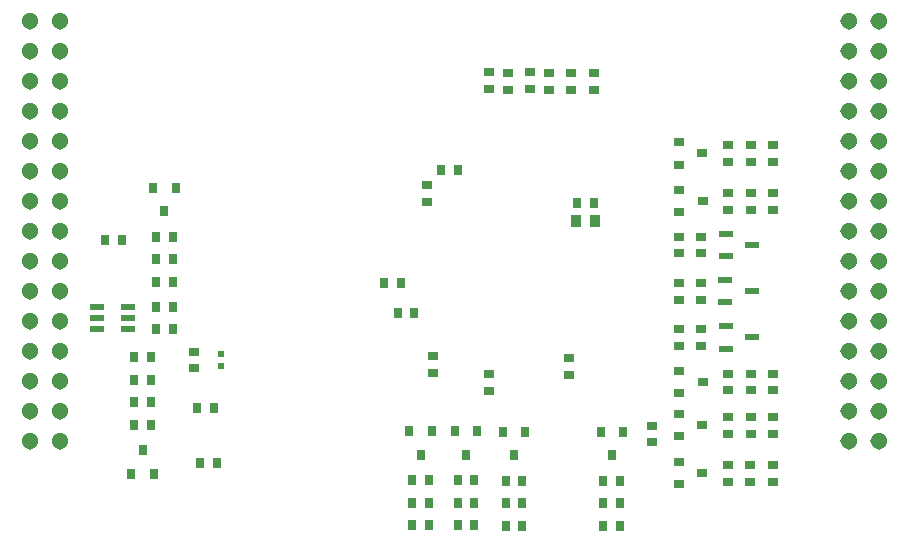
<source format=gbp>
G04*
G04 #@! TF.GenerationSoftware,Altium Limited,Altium Designer,22.10.1 (41)*
G04*
G04 Layer_Color=128*
%FSLAX23Y23*%
%MOIN*%
G70*
G04*
G04 #@! TF.SameCoordinates,FE0D4549-5355-498F-96F3-0299564D4BAC*
G04*
G04*
G04 #@! TF.FilePolarity,Positive*
G04*
G01*
G75*
%ADD27R,0.035X0.039*%
%ADD28R,0.035X0.031*%
%ADD30R,0.035X0.031*%
%ADD31R,0.031X0.035*%
%ADD32R,0.031X0.035*%
%ADD59R,0.035X0.028*%
%ADD60R,0.026X0.035*%
%ADD61R,0.045X0.024*%
%ADD62R,0.020X0.024*%
%ADD63R,0.048X0.024*%
G36*
X743Y4874D02*
X750Y4871D01*
X756Y4867D01*
X760Y4861D01*
X763Y4854D01*
X764Y4847D01*
X763Y4840D01*
X760Y4833D01*
X756Y4827D01*
X750Y4823D01*
X743Y4820D01*
X736Y4819D01*
X729Y4820D01*
X722Y4823D01*
X716Y4827D01*
X712Y4833D01*
X709Y4840D01*
X708Y4847D01*
X709Y4854D01*
X712Y4861D01*
X716Y4867D01*
X722Y4871D01*
X729Y4874D01*
X736Y4875D01*
X743Y4874D01*
D02*
G37*
G36*
X643D02*
X650Y4871D01*
X656Y4867D01*
X660Y4861D01*
X663Y4854D01*
X664Y4847D01*
X663Y4840D01*
X660Y4833D01*
X656Y4827D01*
X650Y4823D01*
X643Y4820D01*
X636Y4819D01*
X629Y4820D01*
X622Y4823D01*
X616Y4827D01*
X612Y4833D01*
X609Y4840D01*
X608Y4847D01*
X609Y4854D01*
X612Y4861D01*
X616Y4867D01*
X622Y4871D01*
X629Y4874D01*
X636Y4875D01*
X643Y4874D01*
D02*
G37*
G36*
X743Y4774D02*
X750Y4771D01*
X756Y4767D01*
X760Y4761D01*
X763Y4754D01*
X764Y4747D01*
X763Y4740D01*
X760Y4733D01*
X756Y4727D01*
X750Y4723D01*
X743Y4720D01*
X736Y4719D01*
X729Y4720D01*
X722Y4723D01*
X716Y4727D01*
X712Y4733D01*
X709Y4740D01*
X708Y4747D01*
X709Y4754D01*
X712Y4761D01*
X716Y4767D01*
X722Y4771D01*
X729Y4774D01*
X736Y4775D01*
X743Y4774D01*
D02*
G37*
G36*
X643D02*
X650Y4771D01*
X656Y4767D01*
X660Y4761D01*
X663Y4754D01*
X664Y4747D01*
X663Y4740D01*
X660Y4733D01*
X656Y4727D01*
X650Y4723D01*
X643Y4720D01*
X636Y4719D01*
X629Y4720D01*
X622Y4723D01*
X616Y4727D01*
X612Y4733D01*
X609Y4740D01*
X608Y4747D01*
X609Y4754D01*
X612Y4761D01*
X616Y4767D01*
X622Y4771D01*
X629Y4774D01*
X636Y4775D01*
X643Y4774D01*
D02*
G37*
G36*
X743Y4674D02*
X750Y4671D01*
X756Y4667D01*
X760Y4661D01*
X763Y4654D01*
X764Y4647D01*
X763Y4640D01*
X760Y4633D01*
X756Y4627D01*
X750Y4623D01*
X743Y4620D01*
X736Y4619D01*
X729Y4620D01*
X722Y4623D01*
X716Y4627D01*
X712Y4633D01*
X709Y4640D01*
X708Y4647D01*
X709Y4654D01*
X712Y4661D01*
X716Y4667D01*
X722Y4671D01*
X729Y4674D01*
X736Y4675D01*
X743Y4674D01*
D02*
G37*
G36*
X643D02*
X650Y4671D01*
X656Y4667D01*
X660Y4661D01*
X663Y4654D01*
X664Y4647D01*
X663Y4640D01*
X660Y4633D01*
X656Y4627D01*
X650Y4623D01*
X643Y4620D01*
X636Y4619D01*
X629Y4620D01*
X622Y4623D01*
X616Y4627D01*
X612Y4633D01*
X609Y4640D01*
X608Y4647D01*
X609Y4654D01*
X612Y4661D01*
X616Y4667D01*
X622Y4671D01*
X629Y4674D01*
X636Y4675D01*
X643Y4674D01*
D02*
G37*
G36*
X743Y4574D02*
X750Y4571D01*
X756Y4567D01*
X760Y4561D01*
X763Y4554D01*
X764Y4547D01*
X763Y4540D01*
X760Y4533D01*
X756Y4527D01*
X750Y4523D01*
X743Y4520D01*
X736Y4519D01*
X729Y4520D01*
X722Y4523D01*
X716Y4527D01*
X712Y4533D01*
X709Y4540D01*
X708Y4547D01*
X709Y4554D01*
X712Y4561D01*
X716Y4567D01*
X722Y4571D01*
X729Y4574D01*
X736Y4575D01*
X743Y4574D01*
D02*
G37*
G36*
X643D02*
X650Y4571D01*
X656Y4567D01*
X660Y4561D01*
X663Y4554D01*
X664Y4547D01*
X663Y4540D01*
X660Y4533D01*
X656Y4527D01*
X650Y4523D01*
X643Y4520D01*
X636Y4519D01*
X629Y4520D01*
X622Y4523D01*
X616Y4527D01*
X612Y4533D01*
X609Y4540D01*
X608Y4547D01*
X609Y4554D01*
X612Y4561D01*
X616Y4567D01*
X622Y4571D01*
X629Y4574D01*
X636Y4575D01*
X643Y4574D01*
D02*
G37*
G36*
X743Y4474D02*
X750Y4471D01*
X756Y4467D01*
X760Y4461D01*
X763Y4454D01*
X764Y4447D01*
X763Y4440D01*
X760Y4433D01*
X756Y4427D01*
X750Y4423D01*
X743Y4420D01*
X736Y4419D01*
X729Y4420D01*
X722Y4423D01*
X716Y4427D01*
X712Y4433D01*
X709Y4440D01*
X708Y4447D01*
X709Y4454D01*
X712Y4461D01*
X716Y4467D01*
X722Y4471D01*
X729Y4474D01*
X736Y4475D01*
X743Y4474D01*
D02*
G37*
G36*
X643D02*
X650Y4471D01*
X656Y4467D01*
X660Y4461D01*
X663Y4454D01*
X664Y4447D01*
X663Y4440D01*
X660Y4433D01*
X656Y4427D01*
X650Y4423D01*
X643Y4420D01*
X636Y4419D01*
X629Y4420D01*
X622Y4423D01*
X616Y4427D01*
X612Y4433D01*
X609Y4440D01*
X608Y4447D01*
X609Y4454D01*
X612Y4461D01*
X616Y4467D01*
X622Y4471D01*
X629Y4474D01*
X636Y4475D01*
X643Y4474D01*
D02*
G37*
G36*
X743Y4374D02*
X750Y4371D01*
X756Y4367D01*
X760Y4361D01*
X763Y4354D01*
X764Y4347D01*
X763Y4340D01*
X760Y4333D01*
X756Y4327D01*
X750Y4323D01*
X743Y4320D01*
X736Y4319D01*
X729Y4320D01*
X722Y4323D01*
X716Y4327D01*
X712Y4333D01*
X709Y4340D01*
X708Y4347D01*
X709Y4354D01*
X712Y4361D01*
X716Y4367D01*
X722Y4371D01*
X729Y4374D01*
X736Y4375D01*
X743Y4374D01*
D02*
G37*
G36*
X643D02*
X650Y4371D01*
X656Y4367D01*
X660Y4361D01*
X663Y4354D01*
X664Y4347D01*
X663Y4340D01*
X660Y4333D01*
X656Y4327D01*
X650Y4323D01*
X643Y4320D01*
X636Y4319D01*
X629Y4320D01*
X622Y4323D01*
X616Y4327D01*
X612Y4333D01*
X609Y4340D01*
X608Y4347D01*
X609Y4354D01*
X612Y4361D01*
X616Y4367D01*
X622Y4371D01*
X629Y4374D01*
X636Y4375D01*
X643Y4374D01*
D02*
G37*
G36*
X743Y4274D02*
X750Y4271D01*
X756Y4267D01*
X760Y4261D01*
X763Y4254D01*
X764Y4247D01*
X763Y4240D01*
X760Y4233D01*
X756Y4227D01*
X750Y4223D01*
X743Y4220D01*
X736Y4219D01*
X729Y4220D01*
X722Y4223D01*
X716Y4227D01*
X712Y4233D01*
X709Y4240D01*
X708Y4247D01*
X709Y4254D01*
X712Y4261D01*
X716Y4267D01*
X722Y4271D01*
X729Y4274D01*
X736Y4275D01*
X743Y4274D01*
D02*
G37*
G36*
X643D02*
X650Y4271D01*
X656Y4267D01*
X660Y4261D01*
X663Y4254D01*
X664Y4247D01*
X663Y4240D01*
X660Y4233D01*
X656Y4227D01*
X650Y4223D01*
X643Y4220D01*
X636Y4219D01*
X629Y4220D01*
X622Y4223D01*
X616Y4227D01*
X612Y4233D01*
X609Y4240D01*
X608Y4247D01*
X609Y4254D01*
X612Y4261D01*
X616Y4267D01*
X622Y4271D01*
X629Y4274D01*
X636Y4275D01*
X643Y4274D01*
D02*
G37*
G36*
X743Y4174D02*
X750Y4171D01*
X756Y4167D01*
X760Y4161D01*
X763Y4154D01*
X764Y4147D01*
X763Y4140D01*
X760Y4133D01*
X756Y4127D01*
X750Y4123D01*
X743Y4120D01*
X736Y4119D01*
X729Y4120D01*
X722Y4123D01*
X716Y4127D01*
X712Y4133D01*
X709Y4140D01*
X708Y4147D01*
X709Y4154D01*
X712Y4161D01*
X716Y4167D01*
X722Y4171D01*
X729Y4174D01*
X736Y4175D01*
X743Y4174D01*
D02*
G37*
G36*
X643D02*
X650Y4171D01*
X656Y4167D01*
X660Y4161D01*
X663Y4154D01*
X664Y4147D01*
X663Y4140D01*
X660Y4133D01*
X656Y4127D01*
X650Y4123D01*
X643Y4120D01*
X636Y4119D01*
X629Y4120D01*
X622Y4123D01*
X616Y4127D01*
X612Y4133D01*
X609Y4140D01*
X608Y4147D01*
X609Y4154D01*
X612Y4161D01*
X616Y4167D01*
X622Y4171D01*
X629Y4174D01*
X636Y4175D01*
X643Y4174D01*
D02*
G37*
G36*
X743Y4074D02*
X750Y4071D01*
X756Y4067D01*
X760Y4061D01*
X763Y4054D01*
X764Y4047D01*
X763Y4040D01*
X760Y4033D01*
X756Y4027D01*
X750Y4023D01*
X743Y4020D01*
X736Y4019D01*
X729Y4020D01*
X722Y4023D01*
X716Y4027D01*
X712Y4033D01*
X709Y4040D01*
X708Y4047D01*
X709Y4054D01*
X712Y4061D01*
X716Y4067D01*
X722Y4071D01*
X729Y4074D01*
X736Y4075D01*
X743Y4074D01*
D02*
G37*
G36*
X643D02*
X650Y4071D01*
X656Y4067D01*
X660Y4061D01*
X663Y4054D01*
X664Y4047D01*
X663Y4040D01*
X660Y4033D01*
X656Y4027D01*
X650Y4023D01*
X643Y4020D01*
X636Y4019D01*
X629Y4020D01*
X622Y4023D01*
X616Y4027D01*
X612Y4033D01*
X609Y4040D01*
X608Y4047D01*
X609Y4054D01*
X612Y4061D01*
X616Y4067D01*
X622Y4071D01*
X629Y4074D01*
X636Y4075D01*
X643Y4074D01*
D02*
G37*
G36*
X743Y3974D02*
X750Y3971D01*
X756Y3967D01*
X760Y3961D01*
X763Y3954D01*
X764Y3947D01*
X763Y3940D01*
X760Y3933D01*
X756Y3927D01*
X750Y3923D01*
X743Y3920D01*
X736Y3919D01*
X729Y3920D01*
X722Y3923D01*
X716Y3927D01*
X712Y3933D01*
X709Y3940D01*
X708Y3947D01*
X709Y3954D01*
X712Y3961D01*
X716Y3967D01*
X722Y3971D01*
X729Y3974D01*
X736Y3975D01*
X743Y3974D01*
D02*
G37*
G36*
X643D02*
X650Y3971D01*
X656Y3967D01*
X660Y3961D01*
X663Y3954D01*
X664Y3947D01*
X663Y3940D01*
X660Y3933D01*
X656Y3927D01*
X650Y3923D01*
X643Y3920D01*
X636Y3919D01*
X629Y3920D01*
X622Y3923D01*
X616Y3927D01*
X612Y3933D01*
X609Y3940D01*
X608Y3947D01*
X609Y3954D01*
X612Y3961D01*
X616Y3967D01*
X622Y3971D01*
X629Y3974D01*
X636Y3975D01*
X643Y3974D01*
D02*
G37*
G36*
X743Y3874D02*
X750Y3871D01*
X756Y3867D01*
X760Y3861D01*
X763Y3854D01*
X764Y3847D01*
X763Y3840D01*
X760Y3833D01*
X756Y3827D01*
X750Y3823D01*
X743Y3820D01*
X736Y3819D01*
X729Y3820D01*
X722Y3823D01*
X716Y3827D01*
X712Y3833D01*
X709Y3840D01*
X708Y3847D01*
X709Y3854D01*
X712Y3861D01*
X716Y3867D01*
X722Y3871D01*
X729Y3874D01*
X736Y3875D01*
X743Y3874D01*
D02*
G37*
G36*
X643D02*
X650Y3871D01*
X656Y3867D01*
X660Y3861D01*
X663Y3854D01*
X664Y3847D01*
X663Y3840D01*
X660Y3833D01*
X656Y3827D01*
X650Y3823D01*
X643Y3820D01*
X636Y3819D01*
X629Y3820D01*
X622Y3823D01*
X616Y3827D01*
X612Y3833D01*
X609Y3840D01*
X608Y3847D01*
X609Y3854D01*
X612Y3861D01*
X616Y3867D01*
X622Y3871D01*
X629Y3874D01*
X636Y3875D01*
X643Y3874D01*
D02*
G37*
G36*
X743Y3774D02*
X750Y3771D01*
X756Y3767D01*
X760Y3761D01*
X763Y3754D01*
X764Y3747D01*
X763Y3740D01*
X760Y3733D01*
X756Y3727D01*
X750Y3723D01*
X743Y3720D01*
X736Y3719D01*
X729Y3720D01*
X722Y3723D01*
X716Y3727D01*
X712Y3733D01*
X709Y3740D01*
X708Y3747D01*
X709Y3754D01*
X712Y3761D01*
X716Y3767D01*
X722Y3771D01*
X729Y3774D01*
X736Y3775D01*
X743Y3774D01*
D02*
G37*
G36*
X643D02*
X650Y3771D01*
X656Y3767D01*
X660Y3761D01*
X663Y3754D01*
X664Y3747D01*
X663Y3740D01*
X660Y3733D01*
X656Y3727D01*
X650Y3723D01*
X643Y3720D01*
X636Y3719D01*
X629Y3720D01*
X622Y3723D01*
X616Y3727D01*
X612Y3733D01*
X609Y3740D01*
X608Y3747D01*
X609Y3754D01*
X612Y3761D01*
X616Y3767D01*
X622Y3771D01*
X629Y3774D01*
X636Y3775D01*
X643Y3774D01*
D02*
G37*
G36*
X743Y3674D02*
X750Y3671D01*
X756Y3667D01*
X760Y3661D01*
X763Y3654D01*
X764Y3647D01*
X763Y3640D01*
X760Y3633D01*
X756Y3627D01*
X750Y3623D01*
X743Y3620D01*
X736Y3619D01*
X729Y3620D01*
X722Y3623D01*
X716Y3627D01*
X712Y3633D01*
X709Y3640D01*
X708Y3647D01*
X709Y3654D01*
X712Y3661D01*
X716Y3667D01*
X722Y3671D01*
X729Y3674D01*
X736Y3675D01*
X743Y3674D01*
D02*
G37*
G36*
X643D02*
X650Y3671D01*
X656Y3667D01*
X660Y3661D01*
X663Y3654D01*
X664Y3647D01*
X663Y3640D01*
X660Y3633D01*
X656Y3627D01*
X650Y3623D01*
X643Y3620D01*
X636Y3619D01*
X629Y3620D01*
X622Y3623D01*
X616Y3627D01*
X612Y3633D01*
X609Y3640D01*
X608Y3647D01*
X609Y3654D01*
X612Y3661D01*
X616Y3667D01*
X622Y3671D01*
X629Y3674D01*
X636Y3675D01*
X643Y3674D01*
D02*
G37*
G36*
X743Y3574D02*
X750Y3571D01*
X756Y3567D01*
X760Y3561D01*
X763Y3554D01*
X764Y3547D01*
X763Y3540D01*
X760Y3533D01*
X756Y3527D01*
X750Y3523D01*
X743Y3520D01*
X736Y3519D01*
X729Y3520D01*
X722Y3523D01*
X716Y3527D01*
X712Y3533D01*
X709Y3540D01*
X708Y3547D01*
X709Y3554D01*
X712Y3561D01*
X716Y3567D01*
X722Y3571D01*
X729Y3574D01*
X736Y3575D01*
X743Y3574D01*
D02*
G37*
G36*
X643D02*
X650Y3571D01*
X656Y3567D01*
X660Y3561D01*
X663Y3554D01*
X664Y3547D01*
X663Y3540D01*
X660Y3533D01*
X656Y3527D01*
X650Y3523D01*
X643Y3520D01*
X636Y3519D01*
X629Y3520D01*
X622Y3523D01*
X616Y3527D01*
X612Y3533D01*
X609Y3540D01*
X608Y3547D01*
X609Y3554D01*
X612Y3561D01*
X616Y3567D01*
X622Y3571D01*
X629Y3574D01*
X636Y3575D01*
X643Y3574D01*
D02*
G37*
G36*
X743Y3474D02*
X750Y3471D01*
X756Y3467D01*
X760Y3461D01*
X763Y3454D01*
X764Y3447D01*
X763Y3440D01*
X760Y3433D01*
X756Y3427D01*
X750Y3423D01*
X743Y3420D01*
X736Y3419D01*
X729Y3420D01*
X722Y3423D01*
X716Y3427D01*
X712Y3433D01*
X709Y3440D01*
X708Y3447D01*
X709Y3454D01*
X712Y3461D01*
X716Y3467D01*
X722Y3471D01*
X729Y3474D01*
X736Y3475D01*
X743Y3474D01*
D02*
G37*
G36*
X643D02*
X650Y3471D01*
X656Y3467D01*
X660Y3461D01*
X663Y3454D01*
X664Y3447D01*
X663Y3440D01*
X660Y3433D01*
X656Y3427D01*
X650Y3423D01*
X643Y3420D01*
X636Y3419D01*
X629Y3420D01*
X622Y3423D01*
X616Y3427D01*
X612Y3433D01*
X609Y3440D01*
X608Y3447D01*
X609Y3454D01*
X612Y3461D01*
X616Y3467D01*
X622Y3471D01*
X629Y3474D01*
X636Y3475D01*
X643Y3474D01*
D02*
G37*
G36*
X3472Y4874D02*
X3479Y4871D01*
X3485Y4867D01*
X3489Y4861D01*
X3492Y4854D01*
X3493Y4847D01*
X3492Y4840D01*
X3489Y4833D01*
X3485Y4827D01*
X3479Y4823D01*
X3472Y4820D01*
X3465Y4819D01*
X3458Y4820D01*
X3451Y4823D01*
X3445Y4827D01*
X3441Y4833D01*
X3438Y4840D01*
X3437Y4847D01*
X3438Y4854D01*
X3441Y4861D01*
X3445Y4867D01*
X3451Y4871D01*
X3458Y4874D01*
X3465Y4875D01*
X3472Y4874D01*
D02*
G37*
G36*
X3372D02*
X3379Y4871D01*
X3385Y4867D01*
X3389Y4861D01*
X3392Y4854D01*
X3393Y4847D01*
X3392Y4840D01*
X3389Y4833D01*
X3385Y4827D01*
X3379Y4823D01*
X3372Y4820D01*
X3365Y4819D01*
X3358Y4820D01*
X3351Y4823D01*
X3345Y4827D01*
X3341Y4833D01*
X3338Y4840D01*
X3337Y4847D01*
X3338Y4854D01*
X3341Y4861D01*
X3345Y4867D01*
X3351Y4871D01*
X3358Y4874D01*
X3365Y4875D01*
X3372Y4874D01*
D02*
G37*
G36*
X3472Y4774D02*
X3479Y4771D01*
X3485Y4767D01*
X3489Y4761D01*
X3492Y4754D01*
X3493Y4747D01*
X3492Y4740D01*
X3489Y4733D01*
X3485Y4727D01*
X3479Y4723D01*
X3472Y4720D01*
X3465Y4719D01*
X3458Y4720D01*
X3451Y4723D01*
X3445Y4727D01*
X3441Y4733D01*
X3438Y4740D01*
X3437Y4747D01*
X3438Y4754D01*
X3441Y4761D01*
X3445Y4767D01*
X3451Y4771D01*
X3458Y4774D01*
X3465Y4775D01*
X3472Y4774D01*
D02*
G37*
G36*
X3372D02*
X3379Y4771D01*
X3385Y4767D01*
X3389Y4761D01*
X3392Y4754D01*
X3393Y4747D01*
X3392Y4740D01*
X3389Y4733D01*
X3385Y4727D01*
X3379Y4723D01*
X3372Y4720D01*
X3365Y4719D01*
X3358Y4720D01*
X3351Y4723D01*
X3345Y4727D01*
X3341Y4733D01*
X3338Y4740D01*
X3337Y4747D01*
X3338Y4754D01*
X3341Y4761D01*
X3345Y4767D01*
X3351Y4771D01*
X3358Y4774D01*
X3365Y4775D01*
X3372Y4774D01*
D02*
G37*
G36*
X3472Y4674D02*
X3479Y4671D01*
X3485Y4667D01*
X3489Y4661D01*
X3492Y4654D01*
X3493Y4647D01*
X3492Y4640D01*
X3489Y4633D01*
X3485Y4627D01*
X3479Y4623D01*
X3472Y4620D01*
X3465Y4619D01*
X3458Y4620D01*
X3451Y4623D01*
X3445Y4627D01*
X3441Y4633D01*
X3438Y4640D01*
X3437Y4647D01*
X3438Y4654D01*
X3441Y4661D01*
X3445Y4667D01*
X3451Y4671D01*
X3458Y4674D01*
X3465Y4675D01*
X3472Y4674D01*
D02*
G37*
G36*
X3372D02*
X3379Y4671D01*
X3385Y4667D01*
X3389Y4661D01*
X3392Y4654D01*
X3393Y4647D01*
X3392Y4640D01*
X3389Y4633D01*
X3385Y4627D01*
X3379Y4623D01*
X3372Y4620D01*
X3365Y4619D01*
X3358Y4620D01*
X3351Y4623D01*
X3345Y4627D01*
X3341Y4633D01*
X3338Y4640D01*
X3337Y4647D01*
X3338Y4654D01*
X3341Y4661D01*
X3345Y4667D01*
X3351Y4671D01*
X3358Y4674D01*
X3365Y4675D01*
X3372Y4674D01*
D02*
G37*
G36*
X3472Y4574D02*
X3479Y4571D01*
X3485Y4567D01*
X3489Y4561D01*
X3492Y4554D01*
X3493Y4547D01*
X3492Y4540D01*
X3489Y4533D01*
X3485Y4527D01*
X3479Y4523D01*
X3472Y4520D01*
X3465Y4519D01*
X3458Y4520D01*
X3451Y4523D01*
X3445Y4527D01*
X3441Y4533D01*
X3438Y4540D01*
X3437Y4547D01*
X3438Y4554D01*
X3441Y4561D01*
X3445Y4567D01*
X3451Y4571D01*
X3458Y4574D01*
X3465Y4575D01*
X3472Y4574D01*
D02*
G37*
G36*
X3372D02*
X3379Y4571D01*
X3385Y4567D01*
X3389Y4561D01*
X3392Y4554D01*
X3393Y4547D01*
X3392Y4540D01*
X3389Y4533D01*
X3385Y4527D01*
X3379Y4523D01*
X3372Y4520D01*
X3365Y4519D01*
X3358Y4520D01*
X3351Y4523D01*
X3345Y4527D01*
X3341Y4533D01*
X3338Y4540D01*
X3337Y4547D01*
X3338Y4554D01*
X3341Y4561D01*
X3345Y4567D01*
X3351Y4571D01*
X3358Y4574D01*
X3365Y4575D01*
X3372Y4574D01*
D02*
G37*
G36*
X3472Y4474D02*
X3479Y4471D01*
X3485Y4467D01*
X3489Y4461D01*
X3492Y4454D01*
X3493Y4447D01*
X3492Y4440D01*
X3489Y4433D01*
X3485Y4427D01*
X3479Y4423D01*
X3472Y4420D01*
X3465Y4419D01*
X3458Y4420D01*
X3451Y4423D01*
X3445Y4427D01*
X3441Y4433D01*
X3438Y4440D01*
X3437Y4447D01*
X3438Y4454D01*
X3441Y4461D01*
X3445Y4467D01*
X3451Y4471D01*
X3458Y4474D01*
X3465Y4475D01*
X3472Y4474D01*
D02*
G37*
G36*
X3372D02*
X3379Y4471D01*
X3385Y4467D01*
X3389Y4461D01*
X3392Y4454D01*
X3393Y4447D01*
X3392Y4440D01*
X3389Y4433D01*
X3385Y4427D01*
X3379Y4423D01*
X3372Y4420D01*
X3365Y4419D01*
X3358Y4420D01*
X3351Y4423D01*
X3345Y4427D01*
X3341Y4433D01*
X3338Y4440D01*
X3337Y4447D01*
X3338Y4454D01*
X3341Y4461D01*
X3345Y4467D01*
X3351Y4471D01*
X3358Y4474D01*
X3365Y4475D01*
X3372Y4474D01*
D02*
G37*
G36*
X3472Y4374D02*
X3479Y4371D01*
X3485Y4367D01*
X3489Y4361D01*
X3492Y4354D01*
X3493Y4347D01*
X3492Y4340D01*
X3489Y4333D01*
X3485Y4327D01*
X3479Y4323D01*
X3472Y4320D01*
X3465Y4319D01*
X3458Y4320D01*
X3451Y4323D01*
X3445Y4327D01*
X3441Y4333D01*
X3438Y4340D01*
X3437Y4347D01*
X3438Y4354D01*
X3441Y4361D01*
X3445Y4367D01*
X3451Y4371D01*
X3458Y4374D01*
X3465Y4375D01*
X3472Y4374D01*
D02*
G37*
G36*
X3372D02*
X3379Y4371D01*
X3385Y4367D01*
X3389Y4361D01*
X3392Y4354D01*
X3393Y4347D01*
X3392Y4340D01*
X3389Y4333D01*
X3385Y4327D01*
X3379Y4323D01*
X3372Y4320D01*
X3365Y4319D01*
X3358Y4320D01*
X3351Y4323D01*
X3345Y4327D01*
X3341Y4333D01*
X3338Y4340D01*
X3337Y4347D01*
X3338Y4354D01*
X3341Y4361D01*
X3345Y4367D01*
X3351Y4371D01*
X3358Y4374D01*
X3365Y4375D01*
X3372Y4374D01*
D02*
G37*
G36*
X3472Y4274D02*
X3479Y4271D01*
X3485Y4267D01*
X3489Y4261D01*
X3492Y4254D01*
X3493Y4247D01*
X3492Y4240D01*
X3489Y4233D01*
X3485Y4227D01*
X3479Y4223D01*
X3472Y4220D01*
X3465Y4219D01*
X3458Y4220D01*
X3451Y4223D01*
X3445Y4227D01*
X3441Y4233D01*
X3438Y4240D01*
X3437Y4247D01*
X3438Y4254D01*
X3441Y4261D01*
X3445Y4267D01*
X3451Y4271D01*
X3458Y4274D01*
X3465Y4275D01*
X3472Y4274D01*
D02*
G37*
G36*
X3372D02*
X3379Y4271D01*
X3385Y4267D01*
X3389Y4261D01*
X3392Y4254D01*
X3393Y4247D01*
X3392Y4240D01*
X3389Y4233D01*
X3385Y4227D01*
X3379Y4223D01*
X3372Y4220D01*
X3365Y4219D01*
X3358Y4220D01*
X3351Y4223D01*
X3345Y4227D01*
X3341Y4233D01*
X3338Y4240D01*
X3337Y4247D01*
X3338Y4254D01*
X3341Y4261D01*
X3345Y4267D01*
X3351Y4271D01*
X3358Y4274D01*
X3365Y4275D01*
X3372Y4274D01*
D02*
G37*
G36*
X3472Y4174D02*
X3479Y4171D01*
X3485Y4167D01*
X3489Y4161D01*
X3492Y4154D01*
X3493Y4147D01*
X3492Y4140D01*
X3489Y4133D01*
X3485Y4127D01*
X3479Y4123D01*
X3472Y4120D01*
X3465Y4119D01*
X3458Y4120D01*
X3451Y4123D01*
X3445Y4127D01*
X3441Y4133D01*
X3438Y4140D01*
X3437Y4147D01*
X3438Y4154D01*
X3441Y4161D01*
X3445Y4167D01*
X3451Y4171D01*
X3458Y4174D01*
X3465Y4175D01*
X3472Y4174D01*
D02*
G37*
G36*
X3372D02*
X3379Y4171D01*
X3385Y4167D01*
X3389Y4161D01*
X3392Y4154D01*
X3393Y4147D01*
X3392Y4140D01*
X3389Y4133D01*
X3385Y4127D01*
X3379Y4123D01*
X3372Y4120D01*
X3365Y4119D01*
X3358Y4120D01*
X3351Y4123D01*
X3345Y4127D01*
X3341Y4133D01*
X3338Y4140D01*
X3337Y4147D01*
X3338Y4154D01*
X3341Y4161D01*
X3345Y4167D01*
X3351Y4171D01*
X3358Y4174D01*
X3365Y4175D01*
X3372Y4174D01*
D02*
G37*
G36*
X3472Y4074D02*
X3479Y4071D01*
X3485Y4067D01*
X3489Y4061D01*
X3492Y4054D01*
X3493Y4047D01*
X3492Y4040D01*
X3489Y4033D01*
X3485Y4027D01*
X3479Y4023D01*
X3472Y4020D01*
X3465Y4019D01*
X3458Y4020D01*
X3451Y4023D01*
X3445Y4027D01*
X3441Y4033D01*
X3438Y4040D01*
X3437Y4047D01*
X3438Y4054D01*
X3441Y4061D01*
X3445Y4067D01*
X3451Y4071D01*
X3458Y4074D01*
X3465Y4075D01*
X3472Y4074D01*
D02*
G37*
G36*
X3372D02*
X3379Y4071D01*
X3385Y4067D01*
X3389Y4061D01*
X3392Y4054D01*
X3393Y4047D01*
X3392Y4040D01*
X3389Y4033D01*
X3385Y4027D01*
X3379Y4023D01*
X3372Y4020D01*
X3365Y4019D01*
X3358Y4020D01*
X3351Y4023D01*
X3345Y4027D01*
X3341Y4033D01*
X3338Y4040D01*
X3337Y4047D01*
X3338Y4054D01*
X3341Y4061D01*
X3345Y4067D01*
X3351Y4071D01*
X3358Y4074D01*
X3365Y4075D01*
X3372Y4074D01*
D02*
G37*
G36*
X3472Y3974D02*
X3479Y3971D01*
X3485Y3967D01*
X3489Y3961D01*
X3492Y3954D01*
X3493Y3947D01*
X3492Y3940D01*
X3489Y3933D01*
X3485Y3927D01*
X3479Y3923D01*
X3472Y3920D01*
X3465Y3919D01*
X3458Y3920D01*
X3451Y3923D01*
X3445Y3927D01*
X3441Y3933D01*
X3438Y3940D01*
X3437Y3947D01*
X3438Y3954D01*
X3441Y3961D01*
X3445Y3967D01*
X3451Y3971D01*
X3458Y3974D01*
X3465Y3975D01*
X3472Y3974D01*
D02*
G37*
G36*
X3372D02*
X3379Y3971D01*
X3385Y3967D01*
X3389Y3961D01*
X3392Y3954D01*
X3393Y3947D01*
X3392Y3940D01*
X3389Y3933D01*
X3385Y3927D01*
X3379Y3923D01*
X3372Y3920D01*
X3365Y3919D01*
X3358Y3920D01*
X3351Y3923D01*
X3345Y3927D01*
X3341Y3933D01*
X3338Y3940D01*
X3337Y3947D01*
X3338Y3954D01*
X3341Y3961D01*
X3345Y3967D01*
X3351Y3971D01*
X3358Y3974D01*
X3365Y3975D01*
X3372Y3974D01*
D02*
G37*
G36*
X3472Y3874D02*
X3479Y3871D01*
X3485Y3867D01*
X3489Y3861D01*
X3492Y3854D01*
X3493Y3847D01*
X3492Y3840D01*
X3489Y3833D01*
X3485Y3827D01*
X3479Y3823D01*
X3472Y3820D01*
X3465Y3819D01*
X3458Y3820D01*
X3451Y3823D01*
X3445Y3827D01*
X3441Y3833D01*
X3438Y3840D01*
X3437Y3847D01*
X3438Y3854D01*
X3441Y3861D01*
X3445Y3867D01*
X3451Y3871D01*
X3458Y3874D01*
X3465Y3875D01*
X3472Y3874D01*
D02*
G37*
G36*
X3372D02*
X3379Y3871D01*
X3385Y3867D01*
X3389Y3861D01*
X3392Y3854D01*
X3393Y3847D01*
X3392Y3840D01*
X3389Y3833D01*
X3385Y3827D01*
X3379Y3823D01*
X3372Y3820D01*
X3365Y3819D01*
X3358Y3820D01*
X3351Y3823D01*
X3345Y3827D01*
X3341Y3833D01*
X3338Y3840D01*
X3337Y3847D01*
X3338Y3854D01*
X3341Y3861D01*
X3345Y3867D01*
X3351Y3871D01*
X3358Y3874D01*
X3365Y3875D01*
X3372Y3874D01*
D02*
G37*
G36*
X3472Y3774D02*
X3479Y3771D01*
X3485Y3767D01*
X3489Y3761D01*
X3492Y3754D01*
X3493Y3747D01*
X3492Y3740D01*
X3489Y3733D01*
X3485Y3727D01*
X3479Y3723D01*
X3472Y3720D01*
X3465Y3719D01*
X3458Y3720D01*
X3451Y3723D01*
X3445Y3727D01*
X3441Y3733D01*
X3438Y3740D01*
X3437Y3747D01*
X3438Y3754D01*
X3441Y3761D01*
X3445Y3767D01*
X3451Y3771D01*
X3458Y3774D01*
X3465Y3775D01*
X3472Y3774D01*
D02*
G37*
G36*
X3372D02*
X3379Y3771D01*
X3385Y3767D01*
X3389Y3761D01*
X3392Y3754D01*
X3393Y3747D01*
X3392Y3740D01*
X3389Y3733D01*
X3385Y3727D01*
X3379Y3723D01*
X3372Y3720D01*
X3365Y3719D01*
X3358Y3720D01*
X3351Y3723D01*
X3345Y3727D01*
X3341Y3733D01*
X3338Y3740D01*
X3337Y3747D01*
X3338Y3754D01*
X3341Y3761D01*
X3345Y3767D01*
X3351Y3771D01*
X3358Y3774D01*
X3365Y3775D01*
X3372Y3774D01*
D02*
G37*
G36*
X3472Y3674D02*
X3479Y3671D01*
X3485Y3667D01*
X3489Y3661D01*
X3492Y3654D01*
X3493Y3647D01*
X3492Y3640D01*
X3489Y3633D01*
X3485Y3627D01*
X3479Y3623D01*
X3472Y3620D01*
X3465Y3619D01*
X3458Y3620D01*
X3451Y3623D01*
X3445Y3627D01*
X3441Y3633D01*
X3438Y3640D01*
X3437Y3647D01*
X3438Y3654D01*
X3441Y3661D01*
X3445Y3667D01*
X3451Y3671D01*
X3458Y3674D01*
X3465Y3675D01*
X3472Y3674D01*
D02*
G37*
G36*
X3372D02*
X3379Y3671D01*
X3385Y3667D01*
X3389Y3661D01*
X3392Y3654D01*
X3393Y3647D01*
X3392Y3640D01*
X3389Y3633D01*
X3385Y3627D01*
X3379Y3623D01*
X3372Y3620D01*
X3365Y3619D01*
X3358Y3620D01*
X3351Y3623D01*
X3345Y3627D01*
X3341Y3633D01*
X3338Y3640D01*
X3337Y3647D01*
X3338Y3654D01*
X3341Y3661D01*
X3345Y3667D01*
X3351Y3671D01*
X3358Y3674D01*
X3365Y3675D01*
X3372Y3674D01*
D02*
G37*
G36*
X3472Y3574D02*
X3479Y3571D01*
X3485Y3567D01*
X3489Y3561D01*
X3492Y3554D01*
X3493Y3547D01*
X3492Y3540D01*
X3489Y3533D01*
X3485Y3527D01*
X3479Y3523D01*
X3472Y3520D01*
X3465Y3519D01*
X3458Y3520D01*
X3451Y3523D01*
X3445Y3527D01*
X3441Y3533D01*
X3438Y3540D01*
X3437Y3547D01*
X3438Y3554D01*
X3441Y3561D01*
X3445Y3567D01*
X3451Y3571D01*
X3458Y3574D01*
X3465Y3575D01*
X3472Y3574D01*
D02*
G37*
G36*
X3372D02*
X3379Y3571D01*
X3385Y3567D01*
X3389Y3561D01*
X3392Y3554D01*
X3393Y3547D01*
X3392Y3540D01*
X3389Y3533D01*
X3385Y3527D01*
X3379Y3523D01*
X3372Y3520D01*
X3365Y3519D01*
X3358Y3520D01*
X3351Y3523D01*
X3345Y3527D01*
X3341Y3533D01*
X3338Y3540D01*
X3337Y3547D01*
X3338Y3554D01*
X3341Y3561D01*
X3345Y3567D01*
X3351Y3571D01*
X3358Y3574D01*
X3365Y3575D01*
X3372Y3574D01*
D02*
G37*
G36*
X3472Y3474D02*
X3479Y3471D01*
X3485Y3467D01*
X3489Y3461D01*
X3492Y3454D01*
X3493Y3447D01*
X3492Y3440D01*
X3489Y3433D01*
X3485Y3427D01*
X3479Y3423D01*
X3472Y3420D01*
X3465Y3419D01*
X3458Y3420D01*
X3451Y3423D01*
X3445Y3427D01*
X3441Y3433D01*
X3438Y3440D01*
X3437Y3447D01*
X3438Y3454D01*
X3441Y3461D01*
X3445Y3467D01*
X3451Y3471D01*
X3458Y3474D01*
X3465Y3475D01*
X3472Y3474D01*
D02*
G37*
G36*
X3372D02*
X3379Y3471D01*
X3385Y3467D01*
X3389Y3461D01*
X3392Y3454D01*
X3393Y3447D01*
X3392Y3440D01*
X3389Y3433D01*
X3385Y3427D01*
X3379Y3423D01*
X3372Y3420D01*
X3365Y3419D01*
X3358Y3420D01*
X3351Y3423D01*
X3345Y3427D01*
X3341Y3433D01*
X3338Y3440D01*
X3337Y3447D01*
X3338Y3454D01*
X3341Y3461D01*
X3345Y3467D01*
X3351Y3471D01*
X3358Y3474D01*
X3365Y3475D01*
X3372Y3474D01*
D02*
G37*
D27*
X2518Y4180D02*
D03*
X2456D02*
D03*
D28*
X2877Y4406D02*
D03*
X2798Y4443D02*
D03*
Y4369D02*
D03*
X2878Y4247D02*
D03*
X2799Y4284D02*
D03*
Y4210D02*
D03*
X2798Y3303D02*
D03*
Y3377D02*
D03*
X2876Y3340D02*
D03*
X2877Y3500D02*
D03*
X2798Y3537D02*
D03*
Y3463D02*
D03*
X2878Y3644D02*
D03*
X2799Y3682D02*
D03*
Y3607D02*
D03*
D30*
X2166Y4676D02*
D03*
Y4621D02*
D03*
X2964Y4219D02*
D03*
Y4275D02*
D03*
X3114Y4219D02*
D03*
Y4275D02*
D03*
X3114Y3672D02*
D03*
Y3617D02*
D03*
X3113Y4434D02*
D03*
Y4378D02*
D03*
X3113Y3472D02*
D03*
Y3528D02*
D03*
X3112Y3312D02*
D03*
Y3368D02*
D03*
X3039Y4275D02*
D03*
Y4219D02*
D03*
X3039Y3672D02*
D03*
Y3617D02*
D03*
X3038Y4434D02*
D03*
Y4378D02*
D03*
X3038Y3472D02*
D03*
Y3528D02*
D03*
X3037Y3312D02*
D03*
Y3368D02*
D03*
X2874Y4129D02*
D03*
Y4074D02*
D03*
X2874Y3765D02*
D03*
Y3820D02*
D03*
X2874Y3973D02*
D03*
Y3918D02*
D03*
X2799Y4129D02*
D03*
Y4074D02*
D03*
X2799Y3765D02*
D03*
Y3820D02*
D03*
X2799Y3973D02*
D03*
Y3918D02*
D03*
X2515Y4617D02*
D03*
Y4673D02*
D03*
X2440Y4617D02*
D03*
Y4673D02*
D03*
X2365Y4617D02*
D03*
Y4673D02*
D03*
X2301Y4621D02*
D03*
Y4676D02*
D03*
X2230Y4617D02*
D03*
Y4673D02*
D03*
X2166Y3670D02*
D03*
Y3614D02*
D03*
X2964Y3672D02*
D03*
Y3617D02*
D03*
X2963Y4434D02*
D03*
Y4378D02*
D03*
X2963Y3472D02*
D03*
Y3528D02*
D03*
X2962Y3312D02*
D03*
Y3368D02*
D03*
X2432Y3723D02*
D03*
Y3667D02*
D03*
X1980Y3730D02*
D03*
Y3674D02*
D03*
X1958Y4244D02*
D03*
Y4300D02*
D03*
X1184Y3745D02*
D03*
Y3690D02*
D03*
D31*
X2547Y3165D02*
D03*
X2603D02*
D03*
X2603Y3315D02*
D03*
X2547D02*
D03*
X2221Y3315D02*
D03*
X2277D02*
D03*
X2277Y3165D02*
D03*
X2221D02*
D03*
X2061Y3316D02*
D03*
X2116D02*
D03*
X2116Y3166D02*
D03*
X2061D02*
D03*
X2063Y4350D02*
D03*
X2007D02*
D03*
X1965Y3316D02*
D03*
X1910D02*
D03*
X1910Y3166D02*
D03*
X1965D02*
D03*
X1056Y3978D02*
D03*
X1111D02*
D03*
X1056Y4053D02*
D03*
X1111D02*
D03*
X983Y3502D02*
D03*
X1039D02*
D03*
X983Y3652D02*
D03*
X1039D02*
D03*
X983Y3727D02*
D03*
X1039D02*
D03*
X2603Y3240D02*
D03*
X2547D02*
D03*
X2460Y4240D02*
D03*
X2516D02*
D03*
X2221Y3240D02*
D03*
X2277D02*
D03*
X2061Y3241D02*
D03*
X2116D02*
D03*
X1965Y3241D02*
D03*
X1910D02*
D03*
X1861Y3874D02*
D03*
X1917D02*
D03*
X1873Y3975D02*
D03*
X1817D02*
D03*
X1112Y3820D02*
D03*
X1057D02*
D03*
X1112Y3895D02*
D03*
X1057D02*
D03*
X1056Y4128D02*
D03*
X1111D02*
D03*
X983Y3577D02*
D03*
X1039D02*
D03*
D32*
X1900Y3481D02*
D03*
X1975D02*
D03*
X1938Y3402D02*
D03*
X2088Y3402D02*
D03*
X2126Y3480D02*
D03*
X2051D02*
D03*
X2249Y3401D02*
D03*
X2286Y3479D02*
D03*
X2212D02*
D03*
X2575Y3400D02*
D03*
X2612Y3479D02*
D03*
X2538D02*
D03*
X1048Y3338D02*
D03*
X974D02*
D03*
X1011Y3416D02*
D03*
X1083Y4214D02*
D03*
X1121Y4292D02*
D03*
X1046D02*
D03*
D59*
X2710Y3499D02*
D03*
Y3443D02*
D03*
D60*
X1201Y3375D02*
D03*
X1258D02*
D03*
X1250Y3556D02*
D03*
X1193D02*
D03*
X944Y4118D02*
D03*
X887D02*
D03*
D61*
X2953Y3911D02*
D03*
Y3985D02*
D03*
X3042Y3948D02*
D03*
X2955Y3755D02*
D03*
Y3830D02*
D03*
X3044Y3793D02*
D03*
X2955Y4064D02*
D03*
Y4139D02*
D03*
X3044Y4102D02*
D03*
D62*
X1274Y3698D02*
D03*
Y3737D02*
D03*
D63*
X858Y3821D02*
D03*
Y3858D02*
D03*
Y3895D02*
D03*
X961D02*
D03*
Y3858D02*
D03*
Y3821D02*
D03*
M02*

</source>
